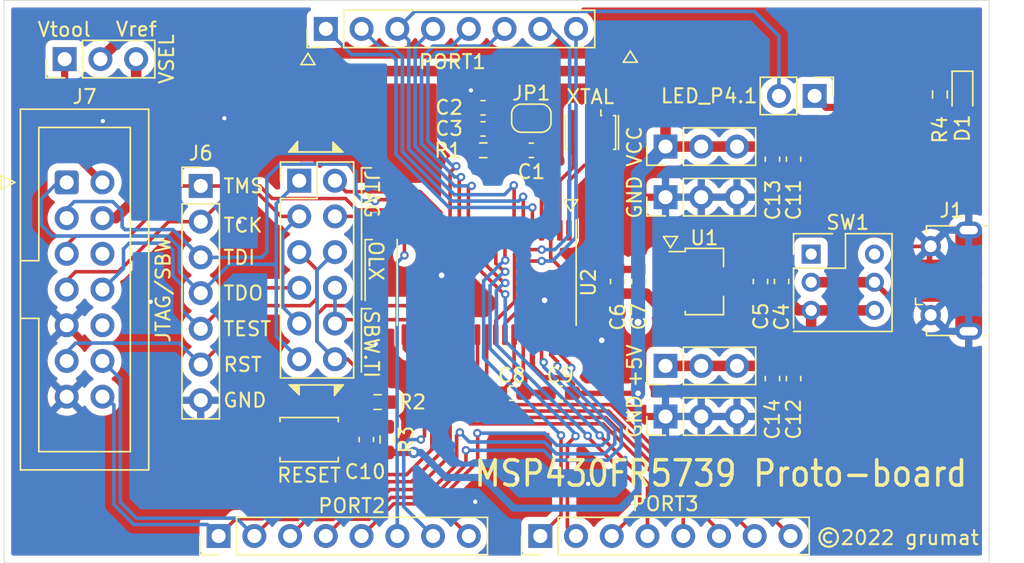
<source format=kicad_pcb>
(kicad_pcb (version 20211014) (generator pcbnew)
  (layers (0 "F.Cu" signal) (31 "B.Cu" signal) (35 "F.Paste" user) (37 "F.SilkS" user "F.Silkscreen") (38 "B.Mask" user) (39 "F.Mask" user) (44 "Edge.Cuts" user))
  (net 0 "")
  (net 1 "GND")
  (net 2 "/RESET")
  (net 3 "/TEST")
  (net 4 "+3.3V")
  (net 5 "/P3.7")
  (net 6 "/P3.6")
  (net 7 "/P3.5")
  (net 8 "/P3.4")
  (net 9 "/P3.3")
  (net 10 "/P3.2")
  (net 11 "/P3.1")
  (net 12 "/P3.0")
  (net 13 "/P2.7")
  (net 14 "/P2.6")
  (net 15 "/P2.5")
  (net 16 "/P2.4")
  (net 17 "/P2.3")
  (net 18 "/P2.2")
  (net 19 "/P2.0")
  (net 20 "/P2.1")
  (net 21 "/P1.7")
  (net 22 "/P1.4")
  (net 23 "/P1.3")
  (net 24 "/P1.2")
  (net 25 "/P1.1")
  (net 26 "/P1.0")
  (net 27 "+5V")
  (net 28 "/VCC_SENSE")
  (net 29 "/VCC_TOOL")
  (net 30 "Net-(D1-Pad1)")
  (net 31 "Net-(J4-Pad1)")
  (net 32 "/JTEST")
  (net 33 "/JRST")
  (net 34 "/JTCK")
  (net 35 "/JTDO")
  (net 39 "Net-(J1-Pad1)")
  (net 42 "Net-(C10-Pad1)")
  (net 43 "+3.3VA")
  (net 44 "GNDA")
  (net 45 "/P1.5")
  (net 46 "/P1.6")
  (net 47 "/PJ.4")
  (net 48 "/PJ.5")
  (net 49 "/VCORE")
  (net 52 "/TDO")
  (net 53 "/TCK")
  (net 54 "/TMS")
  (net 55 "/TDI")
  (footprint "Connector_IDC:IDC-Header_2x07_P2.54mm_Vertical" (layer "F.Cu") (at 112.445 95.95)
    (fp_text reference "J7")
    (fp_text value "JTAG/SBW")
  )
  (footprint "Capacitor_SMD:C_0603_1608Metric_Pad1.08x0.95mm_HandSolder" (layer "F.Cu") (at 147.5235 110.94 180)
    (fp_text reference "C9")
    (fp_text value "220nF")
  )
  (footprint "Capacitor_SMD:C_0603_1608Metric_Pad1.08x0.95mm_HandSolder" (layer "F.Cu") (at 142.036 92.144 180)
    (fp_text reference "C3")
    (fp_text value "220nF")
  )
  (footprint "Connector_PinHeader_2.54mm:PinHeader_1x08_P2.54mm_Vertical" (layer "F.Cu") (at 130.86 85.03 90)
    (fp_text reference "J3" hide)
    (fp_text value "PORT1")
  )
  (footprint "Connector_PinHeader_2.54mm:PinHeader_1x08_P2.54mm_Vertical" (layer "F.Cu") (at 146.1 121.1 90)
    (fp_text reference "J8" hide)
    (fp_text value "PORT3")
  )
  (footprint "Connector_PinHeader_2.54mm:PinHeader_1x07_P2.54mm_Vertical" (layer "F.Cu") (at 121.97 96.203)
    (fp_text reference "J6")
    (fp_text value "LogicAna")
  )
  (footprint "Crystal:Resonator_SMD_Murata_CSTxExxV-3Pin_3.0x1.1mm_HandSoldering" (layer "F.Cu") (at 149.656 92.398 180)
    (fp_text reference "Y1" hide)
    (fp_text value "16M")
  )
  (footprint "Capacitor_SMD:C_0603_1608Metric_Pad1.08x0.95mm_HandSolder" (layer "F.Cu") (at 163.25 103 90)
    (fp_text reference "C4")
    (fp_text value "10uF")
  )
  (footprint "Capacitor_SMD:C_0603_1608Metric_Pad1.08x0.95mm_HandSolder" (layer "F.Cu") (at 161.75 103 90)
    (fp_text reference "C5")
    (fp_text value "220nF")
  )
  (footprint "Capacitor_SMD:C_0603_1608Metric_Pad1.08x0.95mm_HandSolder" (layer "F.Cu") (at 151.6 103 90)
    (fp_text reference "C6")
    (fp_text value "10uF")
  )
  (footprint "Capacitor_SMD:C_0603_1608Metric_Pad1.08x0.95mm_HandSolder" (layer "F.Cu") (at 153.1 103 90)
    (fp_text reference "C7")
    (fp_text value "220nF")
  )
  (footprint "Resistor_SMD:R_0603_1608Metric_Pad0.98x0.95mm_HandSolder" (layer "F.Cu") (at 142.051 93.664)
    (fp_text reference "R1")
    (fp_text value "22")
  )
  (footprint "Package_TO_SOT_SMD:SOT-89-3_Handsoldering" (layer "F.Cu") (at 157.4625 103)
    (fp_text reference "U1")
    (fp_text value "AMS1117-3.3")
  )
  (footprint "LED_SMD:LED_0603_1608Metric_Pad1.05x0.95mm_HandSolder" (layer "F.Cu") (at 176.1 89.7 -90)
    (fp_text reference "D1")
    (fp_text value "LED")
  )
  (footprint "Connector_PinHeader_2.54mm:PinHeader_1x02_P2.54mm_Vertical" (layer "F.Cu") (at 165.6 89.8 -90)
    (fp_text reference "J4" hide)
    (fp_text value "LED_P4.1")
  )
  (footprint "Resistor_SMD:R_0603_1608Metric_Pad0.98x0.95mm_HandSolder" (layer "F.Cu") (at 174.5 89.7 -90)
    (fp_text reference "R4")
    (fp_text value "1K")
  )
  (footprint "Connector_PinHeader_2.54mm:PinHeader_1x08_P2.54mm_Vertical" (layer "F.Cu") (at 123.24 121.1 90)
    (fp_text reference "J5" hide)
    (fp_text value "PORT2")
  )
  (footprint "Connector_PinHeader_2.54mm:PinHeader_1x03_P2.54mm_Vertical" (layer "F.Cu") (at 155 93.4 90)
    (fp_text reference "J9" hide)
    (fp_text value "VCC")
  )
  (footprint "Connector_PinHeader_2.54mm:PinHeader_1x03_P2.54mm_Vertical" (layer "F.Cu") (at 155 97 90)
    (fp_text reference "J12" hide)
    (fp_text value "GND")
  )
  (footprint "Connector_PinHeader_2.54mm:PinHeader_1x03_P2.54mm_Vertical" (layer "F.Cu") (at 155 112.6 90)
    (fp_text reference "J10" hide)
    (fp_text value "GND")
  )
  (footprint "Capacitor_SMD:C_0603_1608Metric_Pad1.08x0.95mm_HandSolder" (layer "F.Cu") (at 164.1 109.9 -90)
    (fp_text reference "C12")
    (fp_text value "220nF")
  )
  (footprint "Capacitor_SMD:C_0603_1608Metric_Pad1.08x0.95mm_HandSolder" (layer "F.Cu") (at 164.1 94.3 -90)
    (fp_text reference "C11")
    (fp_text value "220nF")
  )
  (footprint "Capacitor_SMD:C_0603_1608Metric_Pad1.08x0.95mm_HandSolder" (layer "F.Cu") (at 162.6 94.3 -90)
    (fp_text reference "C13")
    (fp_text value "10uF")
  )
  (footprint "Connector_PinHeader_2.54mm:PinHeader_1x03_P2.54mm_Vertical" (layer "F.Cu") (at 155 109 90)
    (fp_text reference "J11" hide)
    (fp_text value "+5V")
  )
  (footprint "lib:USB_Micro-B_Molex-105017-0001-handsolder" (layer "F.Cu") (at 175.3085 102.939 90)
    (fp_text reference "J1")
    (fp_text value "USB_B_Micro")
  )
  (footprint "Capacitor_SMD:C_0603_1608Metric_Pad1.08x0.95mm_HandSolder" (layer "F.Cu") (at 142.036 90.644 180)
    (fp_text reference "C2")
    (fp_text value "10uF")
  )
  (footprint "Connector_PinHeader_2.54mm:PinHeader_1x03_P2.54mm_Vertical" (layer "F.Cu") (at 112.3 87.18 90)
    (fp_text reference "J13" hide)
    (fp_text value "VSEL")
  )
  (footprint "Capacitor_SMD:C_0603_1608Metric_Pad1.08x0.95mm_HandSolder" (layer "F.Cu") (at 133.738 114.242 -90)
    (fp_text reference "C10")
    (fp_text value "2.2nF")
  )
  (footprint "Resistor_SMD:R_0603_1608Metric_Pad0.98x0.95mm_HandSolder" (layer "F.Cu") (at 135.238 114.242 90)
    (fp_text reference "R3")
    (fp_text value "47K")
  )
  (footprint "lib:TL-2203" (layer "F.Cu") (at 165.35 101.05)
    (fp_text reference "SW1")
    (fp_text value "TL-2203")
  )
  (footprint "Capacitor_SMD:C_0603_1608Metric_Pad1.08x0.95mm_HandSolder" (layer "F.Cu") (at 162.6 109.9 -90)
    (fp_text reference "C14")
    (fp_text value "10uF")
  )
  (footprint "Connector_PinHeader_2.54mm:PinHeader_2x06_P2.54mm_Vertical" (layer "F.Cu") (at 128.9692 95.827)
    (fp_text reference "J2" hide)
    (fp_text value "DEBUG")
  )
  (footprint "Package_SO:TSSOP-38_6.1x12.5mm_P0.65mm" (layer "F.Cu") (at 142.29 103.066 -90)
    (fp_text reference "U2")
    (fp_text value "MSP430FR5739IDAR")
  )
  (footprint "lib:SW_Push_SPST_NO_Alps_SKRK_handsolder" (layer "F.Cu") (at 129.674 114.242 180)
    (fp_text reference "SW2" hide)
    (fp_text value "RESET")
  )
  (footprint "Resistor_SMD:R_0603_1608Metric_Pad0.98x0.95mm_HandSolder" (layer "F.Cu") (at 134.543 111.575 180)
    (fp_text reference "R2")
    (fp_text value "3.3K")
  )
  (footprint "Capacitor_SMD:C_0603_1608Metric_Pad1.08x0.95mm_HandSolder" (layer "F.Cu") (at 144.068 110.94)
    (fp_text reference "C8")
    (fp_text value "470 nF" hide)
  )
  (footprint "Capacitor_SMD:C_0603_1608Metric_Pad1.08x0.95mm_HandSolder" (layer "F.Cu") (at 145.465 93.668)
    (fp_text reference "C1")
    (fp_text value "220nF")
  )
  (footprint "Jumper:SolderJumper-2_P1.3mm_Bridged_RoundedPad1.0x1.5mm" (layer "F.Cu") (at 145.465 91.382)
    (fp_text reference "JP1")
    (fp_text value "AVSS")
  )
  (gr_line (start 154.85 99.8) (end 155.85 99.8) (layer "F.SilkS") (width 0.12))
  (gr_line (start 155.35 100.6) (end 154.85 99.8) (layer "F.SilkS") (width 0.12))
  (gr_line (start 155.85 99.8) (end 155.35 100.6) (layer "F.SilkS") (width 0.12))
  (gr_line (start 151.9968 87.4) (end 152.4968 86.6) (layer "F.SilkS") (width 0.12))
  (gr_line (start 152.9968 87.4) (end 151.9968 87.4) (layer "F.SilkS") (width 0.12))
  (gr_line (start 152.4968 86.6) (end 152.9968 87.4) (layer "F.SilkS") (width 0.12))
  (gr_line (start 129.59 86.772) (end 130.09 87.572) (layer "F.SilkS") (width 0.12))
  (gr_line (start 129.09 87.572) (end 129.59 86.772) (layer "F.SilkS") (width 0.12))
  (gr_line (start 130.09 87.572) (end 129.09 87.572) (layer "F.SilkS") (width 0.12))
  (gr_line (start 147.759 97.186) (end 148.759 97.186) (layer "F.SilkS") (width 0.12))
  (gr_line (start 148.759 97.186) (end 148.259 97.986) (layer "F.SilkS") (width 0.12))
  (gr_line (start 148.259 97.986) (end 147.759 97.186) (layer "F.SilkS") (width 0.12))
  (gr_poly (pts (xy 128.8572 93.02) (xy 128.8572 93.77) (xy 131.3572 93.77) (xy 131.3572 93.07) (xy 132.0822 93.795) (xy 128.2072 93.795)) (layer "F.SilkS") (width 0.1) (fill solid))
  (gr_poly (pts (xy 131.4692 111.117) (xy 131.4692 110.367) (xy 128.9692 110.367) (xy 128.9692 111.067) (xy 128.2442 110.342) (xy 132.1192 110.342)) (layer "F.SilkS") (width 0.1) (fill solid))
  (gr_line (start 133.4 104.2946) (end 133.4 94.9126) (layer "F.SilkS") (width 0.12))
  (gr_line (start 133.3888 104.9339) (end 134.0888 104.9339) (layer "F.SilkS") (width 0.12))
  (gr_line (start 133.4 94.9126) (end 134.1 94.9126) (layer "F.SilkS") (width 0.12))
  (gr_line (start 133.3888 104.9149) (end 133.3888 109.4414) (layer "F.SilkS") (width 0.12))
  (gr_line (start 134.162 100.018) (end 133.654 100.018) (layer "F.SilkS") (width 0.12))
  (gr_line (start 133.654 104.336) (end 133.654 100.018) (layer "F.SilkS") (width 0.12))
  (gr_line (start 178 83) (end 108 83) (layer "Edge.Cuts") (width 0.05))
  (gr_line (start 108 123) (end 178 123) (layer "Edge.Cuts") (width 0.05))
  (gr_line (start 108 83) (end 108 123) (layer "Edge.Cuts") (width 0.05))
  (gr_line (start 178 123) (end 178 83) (layer "Edge.Cuts") (width 0.05))
  (gr_text "JTAG" (at 134.1 96.7922 270) (layer "F.SilkS") (effects (font (size 1 1))))
  (gr_text "SBW.TI" (at 134.1 107.4602 270) (layer "F.SilkS") (effects (font (size 1 1))))
  (gr_text "XTAL" (at 149.656 89.858) (layer "F.SilkS") (effects (font (size 1 1))))
  (gr_text "GND" (at 123.48494 111.448) (layer "F.SilkS") (effects (font (size 1 1)) (justify left)))
  (gr_text "RST" (at 123.494 108.908) (layer "F.SilkS") (effects (font (size 1 1)) (justify left)))
  (gr_text "MSP430FR5739 Proto-board" (at 158.927 116.655) (layer "F.SilkS") (effects (font (size 1.8 1.6) (thickness 0.25))))
  (gr_text "Vtool" (at 112.27 85.075) (layer "F.SilkS") (effects (font (size 1 1))))
  (gr_text "Vref" (at 117.4 85.05) (layer "F.SilkS") (effects (font (size 1 1))))
  (gr_text "©2022 grumat" (at 171.5 121.227) (layer "F.SilkS") (effects (font (size 1 1))))
  (gr_text "TDI" (at 123.494 101.288) (layer "F.SilkS") (effects (font (size 1 1)) (justify left)))
  (gr_text "OLX" (at 134.416 100.018 270) (layer "F.SilkS") (effects (font (size 1 1)) (justify left)))
  (gr_text "TMS" (at 123.48494 96.208) (layer "F.SilkS") (effects (font (size 1 1)) (justify left)))
  (gr_text "TDO" (at 123.494 103.828) (layer "F.SilkS") (effects (font (size 1 1)) (justify left)))
  (gr_text "TCK" (at 123.494 99.002) (layer "F.SilkS") (effects (font (size 1 1)) (justify left)))
  (gr_text "TEST" (at 123.494 106.368) (layer "F.SilkS") (effects (font (size 1 1)) (justify left)))
  (segment (start 144.89 110.8995) (end 144.9305 110.94) (width 0.254) (layer "F.Cu") (net 1))
  (segment (start 146.4048 104.336) (end 144.89 105.8508) (width 0.254) (layer "F.Cu") (net 1))
  (segment (start 144.89 105.8508) (end 144.89 106.7785) (width 0.254) (layer "F.Cu") (net 1))
  (segment (start 171.272 101.568) (end 171.354 101.65) (width 0.254) (layer "F.Cu") (net 1))
  (segment (start 171.272 100.5) (end 171.272 101.568) (width 0.254) (layer "F.Cu") (net 1))
  (segment (start 171.354 101.65) (end 173.7475 101.65) (width 0.254) (layer "F.Cu") (net 1))
  (segment (start 127.599 114.242) (end 129.377 116.02) (width 0.508) (layer "F.Cu") (net 1))
  (segment (start 173.835 100.5) (end 171.272 100.5) (width 0.254) (layer "F.Cu") (net 1))
  (segment (start 173.846 100.489) (end 173.835 100.5) (width 0.254) (layer "F.Cu") (net 1))
  (segment (start 129.377 116.02) (end 132.8225 116.02) (width 0.508) (layer "F.Cu") (net 1))
  (segment (start 144.9305 110.94) (end 146.661 110.94) (width 0.254) (layer "F.Cu") (net 1))
  (segment (start 132.8225 116.02) (end 133.738 115.1045) (width 0.508) (layer "F.Cu") (net 1))
  (segment (start 173.7475 101.65) (end 173.7585 101.639) (width 0.254) (layer "F.Cu") (net 1))
  (segment (start 141.1735 92.144) (end 141.1735 90.644) (width 0.254) (layer "F.Cu") (net 1))
  (segment (start 144.89 106.7785) (end 144.89 110.8995) (width 0.254) (layer "F.Cu") (net 1))
  (segment (start 141.1735 89.4019) (end 141.1724 89.4008) (width 0.381) (layer "F.Cu") (net 1))
  (segment (start 141.1735 90.644) (end 141.1735 89.4019) (width 0.381) (layer "F.Cu") (net 1))
  (via (at 146.4048 104.336) (size 0.8) (drill 0.4) (layers "F.Cu" "B.Cu") (net 1))
  (via (at 139.0896 102.558) (size 0.8) (drill 0.4) (layers "F.Cu" "B.Cu") (net 1))
  (via (at 115.0104 91.5852) (size 0.6) (drill 0.3) (layers "F.Cu" "B.Cu") (net 1))
  (via (at 124.7132 98.748) (size 0.6) (drill 0.3) (layers "F.Cu" "B.Cu") (net 1))
  (via (at 144.4236 117.036) (size 0.6) (drill 0.3) (layers "F.Cu" "B.Cu") (net 1))
  (via (at 150.4688 107.1808) (size 0.8) (drill 0.4) (layers "F.Cu" "B.Cu") (net 1))
  (via (at 141.4772 118.6616) (size 0.6) (drill 0.3) (layers "F.Cu" "B.Cu") (net 1))
  (via (at 134.416 107.4348) (size 0.6) (drill 0.3) (layers "F.Cu" "B.Cu") (net 1))
  (via (at 118.414 104.4376) (size 0.6) (drill 0.3) (layers "F.Cu" "B.Cu") (net 1))
  (via (at 123.6464 91.382) (size 0.6) (drill 0.3) (layers "F.Cu" "B.Cu") (net 1))
  (via (at 149.5036 117.3916) (size 0.6) (drill 0.3) (layers "F.Cu" "B.Cu") (net 1))
  (via (at 141.1724 89.4008) (size 0.6) (drill 0.3) (layers "F.Cu" "B.Cu") (net 1))
  (segment (start 131.5092 108.527) (end 132.4075 108.527) (width 0.254) (layer "F.Cu") (net 2))
  (segment (start 137.74 105.874948) (end 136.582052 104.717) (width 0.254) (layer "F.Cu") (net 2))
  (segment (start 130.225 107.2428) (end 131.5092 108.527) (width 0.254) (layer "F.Cu") (net 2))
  (segment (start 137.74 106.7785) (end 137.74 105.874948) (width 0.254) (layer "F.Cu") (net 2))
  (segment (start 136.582052 104.717) (end 130.86 104.717) (width 0.254) (layer "F.Cu") (net 2))
  (segment (start 130.225 105.352) (end 130.225 107.2428) (width 0.254) (layer "F.Cu") (net 2))
  (segment (start 130.86 104.717) (end 130.225 105.352) (width 0.254) (layer "F.Cu") (net 2))
  (segment (start 132.4075 108.527) (end 135.4555 111.575) (width 0.254) (layer "F.Cu") (net 2))
  (segment (start 130.23775 102.17845) (end 130.23775 107.25555) (width 0.254) (layer "B.Cu") (net 2))
  (segment (start 131.5092 100.907) (end 130.23775 102.17845) (width 0.254) (layer "B.Cu") (net 2))
  (segment (start 130.23775 107.25555) (end 131.5092 108.527) (width 0.254) (layer "B.Cu") (net 2))
  (segment (start 136.937 105.714) (end 131.7822 105.714) (width 0.254) (layer "F.Cu") (net 3))
  (segment (start 137.09 106.7785) (end 137.09 105.867) (width 0.254) (layer "F.Cu") (net 3))
  (segment (start 131.7822 105.714) (end 131.5092 105.987) (width 0.254) (layer "F.Cu") (net 3))
  (segment (start 137.09 105.867) (end 136.937 105.714) (width 0.254) (layer "F.Cu") (net 3))
  (segment (start 131.5092 103.447) (end 131.5092 105.987) (width 0.254) (layer "B.Cu") (net 3))
  (segment (start 148.3956 110.9496) (end 148.386 110.94) (width 0.381) (layer "F.Cu") (net 4))
  (segment (start 154.275 104.5) (end 155.3125 104.5) (width 0.75) (layer "F.Cu") (net 4))
  (segment (start 118.2616 85.1844) (end 116.8356 85.1844) (width 0.75) (layer "F.Cu") (net 4))
  (segment (start 160.08 93.4) (end 162.5625 93.4) (width 0.75) (layer "F.Cu") (net 4))
  (segment (start 116.8356 85.1844) (end 114.84 87.18) (width 0.75) (layer "F.Cu") (net 4))
  (segment (start 140.3556 93.664) (end 139.4452 92.7536) (width 0.381) (layer "F.Cu") (net 4))
  (segment (start 153.6375 103.8625) (end 154.275 104.5) (width 0.75) (layer "F.Cu") (net 4))
  (segment (start 155 93.4) (end 157.54 93.4) (width 0.75) (layer "F.Cu") (net 4))
  (segment (start 153.05 105.9) (end 153.05 103.9125) (width 0.75) (layer "F.Cu") (net 4))
  (segment (start 139.4452 88.0292) (end 121.1064 88.0292) (width 0.75) (layer "F.Cu") (net 4))
  (segment (start 147.910665 109.840535) (end 148.386 110.315869) (width 0.381) (layer "F.Cu") (net 4))
  (segment (start 153.05 103.9125) (end 153.1 103.8625) (width 0.75) (layer "F.Cu") (net 4))
  (segment (start 164.1 93.4375) (end 173.2375 93.4375) (width 0.508) (layer "F.Cu") (net 4))
  (segment (start 157.54 93.4) (end 160.08 93.4) (width 0.75) (layer "F.Cu") (net 4))
  (segment (start 155 93.4) (end 155 89.7664) (width 0.75) (layer "F.Cu") (net 4))
  (segment (start 162.5625 93.4) (end 162.6 93.4375) (width 0.75) (layer "F.Cu") (net 4))
  (segment (start 146.321335 109.840535) (end 147.910665 109.840535) (width 0.381) (layer "F.Cu") (net 4))
  (segment (start 173.2375 93.4375) (end 173.5375 93.1375) (width 0.508) (layer "F.Cu") (net 4))
  (segment (start 145.54 109.0592) (end 146.321335 109.840535) (width 0.381) (layer "F.Cu") (net 4))
  (segment (start 153.2628 88.0292) (end 139.4452 88.0292) (width 0.75) (layer "F.Cu") (net 4))
  (segment (start 176.1 90.575) (end 173.5375 93.1375) (width 0.508) (layer "F.Cu") (net 4))
  (segment (start 137.1065 115.1545) (end 137.1084 115.1564) (width 0.508) (layer "F.Cu") (net 4))
  (segment (start 148.386 110.315869) (end 148.386 110.94) (width 0.381) (layer "F.Cu") (net 4))
  (segment (start 173.5375 93.1375) (end 173.275 93.4) (width 0.508) (layer "F.Cu") (net 4))
  (segment (start 121.1064 88.0292) (end 118.2616 85.1844) (width 0.75) (layer "F.Cu") (net 4))
  (segment (start 139.4452 92.7536) (end 139.4452 88.0292) (width 0.381) (layer "F.Cu") (net 4))
  (segment (start 162.6 93.4375) (end 164.1 93.4375) (width 0.75) (layer "F.Cu") (net 4))
  (segment (start 153.1 103.8625) (end 153.6375 103.8625) (width 0.75) (layer "F.Cu") (net 4))
  (segment (start 153.05 110.9496) (end 148.3956 110.9496) (width 0.381) (layer "F.Cu") (net 4))
  (segment (start 135.238 115.1545) (end 137.1065 115.1545) (width 0.508) (layer "F.Cu") (net 4))
  (segment (start 155 89.7664) (end 153.2628 88.0292) (width 0.75) (layer "F.Cu") (net 4))
  (segment (start 153.1 103.8625) (end 151.6 103.8625) (width 0.75) (layer "F.Cu") (net 4))
  (segment (start 145.54 106.7785) (end 145.54 109.0592) (width 0.381) (layer "F.Cu") (net 4))
  (segment (start 141.1385 93.664) (end 140.3556 93.664) (width 0.381) (layer "F.Cu") (net 4))
  (via (at 153.05 110.9496) (size 0.8) (drill 0.4) (layers "F.Cu" "B.Cu") (net 4))
  (via (at 137.1084 115.1564) (size 0.8) (drill 0.4) (layers "F.Cu" "B.Cu") (net 4))
  (via (at 153.05 105.9) (size 1) (drill 0.5) (layers "F.Cu" "B.Cu") (net 4))
  (segment (start 137.6164 115.1564) (end 139.3944 116.9344) (width 0.508) (layer "B.Cu") (net 4))
  (segment (start 153.05 105.9) (end 153.05 95.35) (width 1) (layer "B.Cu") (net 4))
  (segment (start 139.3944 116.9344) (end 142.036 116.9344) (width 0.508) (layer "B.Cu") (net 4))
  (segment (start 153.05 117.8584) (end 153.05 110.9496) (width 0.508) (layer "B.Cu") (net 4))
  (segment (start 142.036 116.9344) (end 144.2204 119.1188) (width 0.508) (layer "B.Cu") (net 4))
  (segment (start 151.7896 119.1188) (end 153.05 117.8584) (width 0.508) (layer "B.Cu") (net 4))
  (segment (start 153.05 105.9) (end 153.05 110.9496) (width 1) (layer "B.Cu") (net 4))
  (segment (start 144.2204 119.1188) (end 151.7896 119.1188) (width 0.508) (layer "B.Cu") (net 4))
  (segment (start 137.1084 115.1564) (end 137.6164 115.1564) (width 0.508) (layer "B.Cu") (net 4))
  (segment (start 153.05 95.35) (end 155 93.4) (width 1) (layer "B.Cu") (net 4))
  (segment (start 158.646556 119.2744) (end 151.1356 111.763444) (width 0.254) (layer "F.Cu") (net 5))
  (segment (start 151.1356 111.7592) (end 142.2964 111.7592) (width 0.254) (layer "F.Cu") (net 5))
  (segment (start 142.29 111.7528) (end 142.29 106.7785) (width 0.254) (layer "F.Cu") (net 5))
  (segment (start 142.2964 111.7592) (end 142.29 111.7528) (width 0.254) (layer "F.Cu") (net 5))
  (segment (start 151.1356 111.763444) (end 151.1356 111.7592) (width 0.254) (layer "F.Cu") (net 5))
  (segment (start 162.0544 119.2744) (end 158.646556 119.2744) (width 0.254) (layer "F.Cu") (net 5))
  (segment (start 163.88 121.1) (end 162.0544 119.2744) (width 0.254) (layer "F.Cu") (net 5))
  (segment (start 142.0392 112.2132) (end 150.943304 112.2132) (width 0.254) (layer "F.Cu") (net 6))
  (segment (start 141.64 106.7785) (end 141.64 111.814) (width 0.254) (layer "F.Cu") (net 6))
  (segment (start 150.943304 112.2132) (end 158.458504 119.7284) (width 0.254) (layer "F.Cu") (net 6))
  (segment (start 159.9684 119.7284) (end 161.34 121.1) (width 0.254) (layer "F.Cu") (net 6))
  (segment (start 158.458504 119.7284) (end 159.9684 119.7284) (width 0.254) (layer "F.Cu") (net 6))
  (segment (start 141.64 111.814) (end 142.0392 112.2132) (width 0.254) (layer "F.Cu") (net 6))
  (segment (start 158.8 121.1) (end 158.8 120.711947) (width 0.254) (layer "F.Cu") (net 7))
  (segment (start 158.8 120.711947) (end 150.755252 112.6672) (width 0.254) (layer "F.Cu") (net 7))
  (segment (start 141.528 112.6672) (end 140.99 112.1292) (width 0.254) (layer "F.Cu") (net 7))
  (segment (start 140.99 112.1292) (end 140.99 106.7785) (width 0.254) (layer "F.Cu") (net 7))
  (segment (start 150.755252 112.6672) (end 141.528 112.6672) (width 0.254) (layer "F.Cu") (net 7))
  (segment (start 156.26 118.814) (end 156.26 121.1) (width 0.254) (layer "F.Cu") (net 8))
  (segment (start 141.1184 113.1212) (end 150.5672 113.1212) (width 0.254) (layer "F.Cu") (net 8))
  (segment (start 150.5672 113.1212) (end 156.26 118.814) (width 0.254) (layer "F.Cu") (net 8))
  (segment (start 140.34 106.7785) (end 140.34 112.3428) (width 0.254) (layer "F.Cu") (net 8))
  (segment (start 140.34 112.3428) (end 141.1184 113.1212) (width 0.254) (layer "F.Cu") (net 8))
  (segment (start 141.64 99.3535) (end 141.64 102.019415) (width 0.254) (layer "F.Cu") (net 9))
  (segment (start 141.64 102.019415) (end 143.523591 103.903006) (width 0.254) (layer "F.Cu") (net 9))
  (segment (start 150.3164 113.9372) (end 153.72 117.3408) (width 0.254) (layer "F.Cu") (net 9))
  (segment (start 143.523591 103.903006) (end 143.6108 103.903006) (width 0.254) (layer "F.Cu") (net 9))
  (segment (start 153.72 117.3408) (end 153.72 121.1) (width 0.254) (layer "F.Cu") (net 9))
  (via (at 143.6108 103.903006) (size 0.6) (drill 0.3) (layers "F.Cu" "B.Cu") (net 9))
  (via (at 150.3164 113.9372) (size 0.6) (drill 0.3) (layers "F.Cu" "B.Cu") (net 9))
  (segment (start 143.6108 107.2316) (end 150.3164 113.9372) (width 0.254) (layer "B.Cu") (net 9))
  (segment (start 143.6108 103.903006) (end 143.6108 107.2316) (width 0.254) (layer "B.Cu") (net 9))
  (segment (start 142.29 101.869912) (end 143.523591 103.103503) (width 0.254) (layer "F.Cu") (net 10))
  (segment (start 149.466997 113.973803) (end 149.466997 114.052997) (width 0.254) (layer "F.Cu") (net 10))
  (segment (start 143.523591 103.103503) (end 143.6108 103.103503) (width 0.254) (layer "F.Cu") (net 10))
  (segment (start 149.466997 114.052997) (end 153.1612 117.7472) (width 0.254) (layer "F.Cu") (net 10))
  (segment (start 142.29 99.3535) (end 142.29 101.869912) (width 0.254) (layer "F.Cu") (net 10))
  (segment (start 151.18 121.1) (end 153.1612 119.1188) (width 0.254) (layer "F.Cu") (net 10))
  (segment (start 153.1612 119.1188) (end 153.1612 117.7472) (width 0.254) (layer "F.Cu") (net 10))
  (via (at 143.6108 103.103503) (size 0.6) (drill 0.3) (layers "F.Cu" "B.Cu") (net 10))
  (via (at 149.466997 113.973803) (size 0.6) (drill 0.3) (layers "F.Cu" "B.Cu") (net 10))
  (segment (start 143.523591 103.103503) (end 142.9838 103.643294) (width 0.254) (layer "B.Cu") (net 10))
  (segment (start 142.9838 107.246652) (end 142.9838 107.490606) (width 0.254) (layer "B.Cu") (net 10))
  (segment (start 142.9838 107.490606) (end 149.466997 113.973803) (width 0.254) (layer "B.Cu") (net 10))
  (segment (start 143.6108 103.103503) (end 143.523591 103.103503) (width 0.254) (layer "B.Cu") (net 10))
  (segment (start 142.9838 103.643294) (end 142.9838 107.246652) (width 0.254) (layer "B.Cu") (net 10))
  (segment (start 148.605857 113.998668) (end 148.0272 114.577325) (width 0.254) (layer "F.Cu") (net 11))
  (segment (start 142.94 99.3535) (end 142.94 101.707112) (width 0.254) (layer "F.Cu") (net 11))
  (segment (start 148.0272 120.4872) (end 148.64 121.1) (width 0.254) (layer "F.Cu") (net 11))
  (segment (start 143.536888 102.304) (end 143.6108 102.304) (width 0.254) (layer "F.Cu") (net 11))
  (segment (start 148.0272 114.577325) (end 148.0272 120.4872) (width 0.254) (layer "F.Cu") (net 11))
  (segment (start 142.94 101.707112) (end 143.536888 102.304) (width 0.254) (layer "F.Cu") (net 11))
  (via (at 148.605857 113.998668) (size 0.6) (drill 0.3) (layers "F.Cu" "B.Cu") (net 11))
  (via (at 143.6108 102.304) (size 0.6) (drill 0.3) (layers "F.Cu" "B.Cu") (net 11))
  (segment (start 143.523591 102.304) (end 142.5298 103.297791) (width 0.254) (layer "B.Cu") (net 11))
  (segment (start 142.5298 107.7762) (end 148.605857 113.852257) (width 0.254) (layer "B.Cu") (net 11))
  (segment (start 143.6108 102.304) (end 143.523591 102.304) (width 0.254) (layer "B.Cu") (net 11))
  (segment (start 142.5298 103.297791) (end 142.5298 107.7762) (width 0.254) (layer "B.Cu") (net 11))
  (segment (start 148.605857 113.852257) (end 148.605857 113.998668) (width 0.254) (layer "B.Cu") (net 11))
  (segment (start 147.5732 113.9372) (end 147.5732 119.6268) (width 0.254) (layer "F.Cu") (net 12))
  (segment (start 147.5732 119.6268) (end 146.1 121.1) (width 0.254) (layer "F.Cu") (net 12))
  (segment (start 143.59 101.4704) (end 143.6108 101.4912) (width 0.254) (layer "F.Cu") (net 12))
  (segment (start 143.59 99.3535) (end 143.59 101.4704) (width 0.254) (layer "F.Cu") (net 12))
  (via (at 147.5732 113.9372) (size 0.6) (drill 0.3) (layers "F.Cu" "B.Cu") (net 12))
  (via (at 143.6108 101.4912) (size 0.6) (drill 0.3) (layers "F.Cu" "B.Cu") (net 12))
  (segment (start 143.6108 101.4912) (end 143.536888 101.4912) (width 0.254) (layer "B.Cu") (net 12))
  (segment (start 142.0758 102.952288) (end 142.0758 108.3382) (width 0.254) (layer "B.Cu") (net 12))
  (segment (start 143.536888 101.4912) (end 142.0758 102.952288) (width 0.254) (layer "B.Cu") (net 12))
  (segment (start 142.0758 108.3382) (end 142.0758 108.4398) (width 0.254) (layer "B.Cu") (net 12))
  (segment (start 142.0758 108.4398) (end 147.5732 113.9372) (width 0.254) (layer "B.Cu") (net 12))
  (segment (start 141.655 113.8102) (end 141.655 115.805507) (width 0.254) (layer "F.Cu") (net 13))
  (segment (start 141.655 115.805507) (end 139.1404 118.320106) (width 0.254) (layer "F.Cu") (net 13))
  (segment (start 146.19 108.59197) (end 146.341815 108.743785) (width 0.254) (layer "F.Cu") (net 13))
  (segment (start 146.19 106.7785) (end 146.19 108.59197) (width 0.254) (layer "F.Cu") (net 13))
  (segment (start 141.6296 113.7848) (end 141.655 113.8102) (width 0.254) (layer "F.Cu") (net 13))
  (segment (start 139.1404 119.2204) (end 141.02 121.1) (width 0.254) (layer "F.Cu") (net 13))
  (segment (start 139.1404 118.320106) (end 139.1404 119.2204) (width 0.254) (layer "F.Cu") (net 13))
  (via (at 141.6296 113.7848) (size 0.6) (drill 0.3) (layers "F.Cu" "B.Cu") (net 13))
  (via (at 146.341815 108.743785) (size 0.6) (drill 0.3) (layers "F.Cu" "B.Cu") (net 13))
  (segment (start 150.491912 114.6484) (end 150.9434 114.196912) (width 0.254) (layer "B.Cu") (net 13))
  (segment (start 146.341815 109.075903) (end 146.341815 108.743785) (width 0.254) (layer "B.Cu") (net 13))
  (segment (start 146.4048 113.7848) (end 147.2684 114.6484) (width 0.254) (layer "B.Cu") (net 13))
  (segment (start 147.2684 114.6484) (end 150.491912 114.6484) (width 0.254) (layer "B.Cu") (net 13))
  (segment (start 141.6296 113.7848) (end 146.4048 113.7848) (width 0.254) (layer "B.Cu") (net 13))
  (segment (start 150.9434 114.196912) (end 150.9434 113.677488) (width 0.254) (layer "B.Cu") (net 13))
  (segment (start 150.9434 113.677488) (end 146.341815 109.075903) (width 0.254) (layer "B.Cu") (net 13))
  (segment (start 137.6164 114.242) (end 137.8704 113.988) (width 0.254) (layer "F.Cu") (net 14))
  (segment (start 136.6512 107.9936) (end 136.44 107.7824) (width 0.254) (layer "F.Cu") (net 14))
  (segment (start 137.8704 108.5524) (end 137.3116 107.9936) (width 0.254) (layer "F.Cu") (net 14))
  (segment (start 136.44 107.7824) (end 136.44 106.7785) (width 0.254) (layer "F.Cu") (net 14))
  (segment (start 137.3116 107.9936) (end 136.6512 107.9936) (width 0.254) (layer "F.Cu") (net 14))
  (segment (start 137.8704 113.988) (end 137.8704 108.5524) (width 0.254) (layer "F.Cu") (net 14))
  (via (at 137.6164 114.242) (size 0.6) (drill 0.3) (layers "F.Cu" "B.Cu") (net 14))
  (segment (start 136.3972 119.0172) (end 138.48 121.1) (width 0.254) (layer "B.Cu") (net 14))
  (segment (start 136.3814 114.6134) (end 136.3814 115.293) (width 0.254) (layer "B.Cu") (net 14))
  (segment (start 137.6164 114.242) (end 136.7528 114.242) (width 0.254) (layer "B.Cu") (net 14))
  (segment (start 136.3972 115.3088) (end 136.3972 119.0172) (width 0.254) (layer "B.Cu") (net 14))
  (segment (start 136.3814 115.293) (end 136.3972 115.3088) (width 0.254) (layer "B.Cu") (net 14))
  (segment (start 136.7528 114.242) (end 136.3814 114.6134) (width 0.254) (layer "B.Cu") (net 14))
  (segment (start 136.44 101.1276) (end 136.448 101.1356) (width 0.254) (layer "F.Cu") (net 15))
  (segment (start 136.44 99.3535) (end 136.44 101.1276) (width 0.254) (layer "F.Cu") (net 15))
  (via (at 136.448 101.1356) (size 0.6) (drill 0.3) (layers "F.Cu" "B.Cu") (net 15))
  (segment (start 135.9274 101.6562) (end 135.9274 117.1758) (width 0.254) (layer "B.Cu") (net 15))
  (segment (start 136.448 101.1356) (end 135.9274 101.6562) (width 0.254) (layer "B.Cu") (net 15))
  (segment (start 135.9274 117.1758) (end 135.94 117.1884) (width 0.254) (layer "B.Cu") (net 15))
  (segment (start 135.94 117.1884) (end 135.94 121.1) (width 0.254) (layer "B.Cu") (net 15))
  (segment (start 148.31004 108.988567) (end 148.31004 109.150869) (width 0.254) (layer "F.Cu") (net 16))
  (segment (start 147.924673 108.6032) (end 148.31004 108.988567) (width 0.254) (layer "F.Cu") (net 16))
  (segment (start 147.49 106.7785) (end 147.49 108.168527) (width 0.254) (layer "F.Cu") (net 16))
  (segment (start 147.49 108.168527) (end 147.924673 108.6032) (width 0.254) (layer "F.Cu") (net 16))
  (segment (start 133.4 121.1) (end 135.6892 118.8108) (width 0.254) (layer "F.Cu") (net 16))
  (segment (start 138.007653 118.8108) (end 140.8168 116.001654) (width 0.254) (layer "F.Cu") (net 16))
  (segment (start 140.8168 116.001654) (end 140.8168 115.004) (width 0.254) (layer "F.Cu") (net 16))
  (segment (start 135.6892 118.8108) (end 138.007653 118.8108) (width 0.254) (layer "F.Cu") (net 16))
  (via (at 140.8168 115.004) (size 0.6) (drill 0.3) (layers "F.Cu" "B.Cu") (net 16))
  (via (at 148.31004 109.150869) (size 0.6) (drill 0.3) (layers "F.Cu" "B.Cu") (net 16))
  (segment (start 147.047896 115.712) (end 150.8784 115.712) (width 0.254) (layer "B.Cu") (net 16))
  (segment (start 150.8784 115.712) (end 151.8514 114.739) (width 0.254) (layer "B.Cu") (net 16))
  (segment (start 146.339896 115.004) (end 147.047896 115.712) (width 0.254) (layer "B.Cu") (net 16))
  (segment (start 148.31004 109.760023) (end 148.31004 109.150869) (width 0.254) (layer "B.Cu") (net 16))
  (segment (start 151.8514 114.739) (end 151.8514 113.301382) (width 0.254) (layer "B.Cu") (net 16))
  (segment (start 140.8168 115.004) (end 146.339896 115.004) (width 0.254) (layer "B.Cu") (net 16))
  (segment (start 151.8514 113.301382) (end 148.31004 109.760023) (width 0.254) (layer "B.Cu") (net 16))
  (segment (start 147.318477 108.692313) (end 147.318477 109.025138) (width 0.254) (layer "F.Cu") (net 17))
  (segment (start 135.501148 118.3568) (end 137.8196 118.3568) (width 0.254) (layer "F.Cu") (net 17))
  (segment (start 130.86 121.1) (end 132.0538 119.9062) (width 0.254) (layer "F.Cu") (net 17))
  (segment (start 147.178564 108.5524) (end 147.318477 108.692313) (width 0.254) (layer "F.Cu") (net 17))
  (segment (start 133.951748 119.9062) (end 135.501148 118.3568) (width 0.254) (layer "F.Cu") (net 17))
  (segment (start 132.0538 119.9062) (end 133.951748 119.9062) (width 0.254) (layer "F.Cu") (net 17))
  (segment (start 146.84 106.7785) (end 146.84 108.213836) (width 0.254) (layer "F.Cu") (net 17))
  (segment (start 140.1564 113.9626) (end 140.385 113.734) (width 0.254) (layer "F.Cu") (net 17))
  (segment (start 140.1564 116.02) (end 140.1564 113.9626) (width 0.254) (layer "F.Cu") (net 17))
  (segment (start 137.8196 118.3568) (end 140.1564 116.02) (width 0.254) (layer "F.Cu") (net 17))
  (segment (start 146.84 108.213836) (end 147.178564 108.5524) (width 0.254) (layer "F.Cu") (net 17))
  (via (at 140.385 113.734) (size 0.6) (drill 0.3) (layers "F.Cu" "B.Cu") (net 17))
  (via (at 147.318477 109.025138) (size 0.6) (drill 0.3) (layers "F.Cu" "B.Cu") (net 17))
  (segment (start 141.0628 114.4118) (end 146.389748 114.4118) (width 0.254) (layer "B.Cu") (net 17))
  (segment (start 147.235948 115.258) (end 150.672 115.258) (width 0.254) (layer "B.Cu") (net 17))
  (segment (start 150.672 115.258) (end 151.3974 114.5326) (width 0.254) (layer "B.Cu") (net 17))
  (segment (start 151.3974 114.5326) (end 151.3974 113.489435) (width 0.254) (layer "B.Cu") (net 17))
  (segment (start 151.3974 113.489435) (end 147.318477 109.410512) (width 0.254) (layer "B.Cu") (net 17))
  (segment (start 146.389748 114.4118) (end 147.235948 115.258) (width 0.254) (layer "B.Cu") (net 17))
  (segment (start 140.385 113.734) (end 141.0628 114.4118) (width 0.254) (layer "B.Cu") (net 17))
  (segment (start 147.318477 109.410512) (end 147.318477 109.025138) (width 0.254) (layer "B.Cu") (net 17))
  (segment (start 131.865747 119.4522) (end 131.394947 119.923) (width 0.254) (layer "F.Cu") (net 18))
  (segment (start 129.497 119.923) (end 128.32 121.1) (width 0.254) (layer "F.Cu") (net 18))
  (segment (start 135.417895 117.798) (end 133.763695 119.4522) (width 0.254) (layer "F.Cu") (net 18))
  (segment (start 133.763695 119.4522) (end 131.865747 119.4522) (width 0.254) (layer "F.Cu") (net 18))
  (segment (start 139.69 115.3688) (end 137.2608 117.798) (width 0.254) (layer "F.Cu") (net 18))
  (segment (start 139.69 106.7785) (end 139.69 115.3688) (width 0.254) (layer "F.Cu") (net 18))
  (segment (start 131.394947 119.923) (end 129.497 119.923) (width 0.254) (layer "F.Cu") (net 18))
  (segment (start 137.2608 117.798) (end 135.417895 117.798) (width 0.254) (layer "F.Cu") (net 18))
  (segment (start 123.24 121.1) (end 124.4592 119.8808) (width 0.254) (layer "F.Cu") (net 19))
  (segment (start 129.120894 119.015) (end 131.018841 119.015) (width 0.254) (layer "F.Cu") (net 19))
  (segment (start 133.3142 118.5442) (end 135.1272 116.7312) (width 0.254) (layer "F.Cu") (net 19))
  (segment (start 126.7506 119.469) (end 128.666894 119.469) (width 0.254) (layer "F.Cu") (net 19))
  (segment (start 138.39 114.9416) (end 138.39 106.7785) (width 0.254) (layer "F.Cu") (net 19))
  (segment (start 136.6004 116.7312) (end 138.39 114.9416) (width 0.254) (layer "F.Cu") (net 19))
  (segment (start 135.1272 116.7312) (end 136.6004 116.7312) (width 0.254) (layer "F.Cu") (net 19))
  (segment (start 131.489641 118.5442) (end 133.3142 118.5442) (width 0.254) (layer "F.Cu") (net 19))
  (segment (start 126.357148 119.8808) (end 126.7506 119.487348) (width 0.254) (layer "F.Cu") (net 19))
  (segment (start 131.018841 119.015) (end 131.489641 118.5442) (width 0.254) (layer "F.Cu") (net 19))
  (segment (start 124.4592 119.8808) (end 126.357148 119.8808) (width 0.254) (layer "F.Cu") (net 19))
  (segment (start 126.7506 119.487348) (end 126.7506 119.469) (width 0.254) (layer "F.Cu") (net 19))
  (segment (start 128.666894 119.469) (end 129.120894 119.015) (width 0.254) (layer "F.Cu") (net 19))
  (segment (start 122.424 120.284) (end 123.24 121.1) (width 0.254) (layer "B.Cu") (net 19))
  (segment (start 115.2096 111.19) (end 115.801 111.7814) (width 0.254) (layer "B.Cu") (net 19))
  (segment (start 115.801 111.7814) (end 115.801 118.868) (width 0.254) (layer "B.Cu") (net 19))
  (segment (start 115.801 118.868) (end 117.217 120.284) (width 0.254) (layer "B.Cu") (net 19))
  (segment (start 117.217 120.284) (end 122.424 120.284) (width 0.254) (layer "B.Cu") (net 19))
  (segment (start 114.985 111.19) (end 115.2096 111.19) (width 0.254) (layer "B.Cu") (net 19))
  (segment (start 129.308947 119.469) (end 128.854947 119.923) (width 0.254) (layer "F.Cu") (net 20))
  (segment (start 128.854947 119.923) (end 126.957 119.923) (width 0.254) (layer "F.Cu") (net 20))
  (segment (start 139.04 106.7785) (end 139.04 115.1552) (width 0.254) (layer "F.Cu") (net 20))
  (segment (start 126.957 119.923) (end 125.78 121.1) (width 0.254) (layer "F.Cu") (net 20))
  (segment (start 139.04 115.1552) (end 136.956 117.2392) (width 0.254) (layer "F.Cu") (net 20))
  (segment (start 131.206894 119.469) (end 129.308947 119.469) (width 0.254) (layer "F.Cu") (net 20))
  (segment (start 135.3304 117.2392) (end 133.5714 118.9982) (width 0.254) (layer "F.Cu") (net 20))
  (segment (start 133.5714 118.9982) (end 131.677694 118.9982) (width 0.254) (layer "F.Cu") (net 20))
  (segment (start 131.677694 118.9982) (end 131.206894 119.469) (width 0.254) (layer "F.Cu") (net 20))
  (segment (start 136.956 117.2392) (end 135.3304 117.2392) (width 0.254) (layer "F.Cu") (net 20))
  (segment (start 114.985 108.65) (end 116.255 109.92) (width 0.254) (layer "B.Cu") (net 20))
  (segment (start 116.255 109.92) (end 116.255 118.679948) (width 0.254) (layer "B.Cu") (net 20))
  (segment (start 124.51 119.83) (end 125.78 121.1) (width 0.254) (layer "B.Cu") (net 20))
  (segment (start 116.255 118.679948) (end 117.405052 119.83) (width 0.254) (layer "B.Cu") (net 20))
  (segment (start 117.405052 119.83) (end 124.51 119.83) (width 0.254) (layer "B.Cu") (net 20))
  (segment (start 144.9316 101.542) (end 144.7284 101.7452) (width 0.254) (layer "F.Cu") (net 21))
  (segment (start 143.59 105.9824) (end 143.59 106.7785) (width 0.254) (layer "F.Cu") (net 21))
  (segment (start 146.2016 101.542) (end 144.9316 101.542) (width 0.254) (layer "F.Cu") (net 21))
  (segment (start 144.7284 101.7452) (end 144.7284 104.844) (width 0.254) (layer "F.Cu") (net 21))
  (segment (start 144.7284 104.844) (end 143.59 105.9824) (width 0.254) (layer "F.Cu") (net 21))
  (via (at 146.2016 101.542) (size 0.6) (drill 0.3) (layers "F.Cu" "B.Cu") (net 21))
  (segment (start 146.2016 101.542) (end 146.9636 101.542) (width 0.254) (layer "B.Cu") (net 21))
  (segment (start 148.64 99.8656) (end 148.64 85.03) (width 0.254) (layer "B.Cu") (net 21))
  (segment (start 146.9636 101.542) (end 148.64 99.8656) (width 0.254) (layer "B.Cu") (net 21))
  (segment (start 140.34 95.697803) (end 140.466803 95.571) (width 0.254) (layer "F.Cu") (net 22))
  (segment (start 140.34 99.3535) (end 140.34 95.697803) (width 0.254) (layer "F.Cu") (net 22))
  (via (at 140.466803 95.571) (size 0.6) (drill 0.3) (layers "F.Cu" "B.Cu") (net 22))
  (segment (start 138.48 86.2512) (end 139.7988 86.2512) (width 0.254) (layer "B.Cu") (net 22))
  (segment (start 137.664 87.0672) (end 138.48 86.2512) (width 0.254) (layer "B.Cu") (net 22))
  (segment (start 140.466803 95.571) (end 140.02792 95.571) (width 0.254) (layer "B.Cu") (net 22))
  (segment (start 137.664 93.20708) (end 137.664 87.0672) (width 0.254) (layer "B.Cu") (net 22))
  (segment (start 139.7988 86.2512) (end 141.02 85.03) (width 0.254) (layer "B.Cu") (net 22))
  (segment (start 140.02792 95.571) (end 137.664 93.20708) (width 0.254) (layer "B.Cu") (net 22))
  (segment (start 140.99 96.4307) (end 141.2232 96.1975) (width 0.254) (layer "F.Cu") (net 23))
  (segment (start 140.99 99.3535) (end 140.99 96.4307) (width 0.254) (layer "F.Cu") (net 23))
  (via (at 141.2232 96.1975) (size 0.6) (drill 0.3) (layers "F.Cu" "B.Cu") (net 23))
  (segment (start 137.21 86.3) (end 138.48 85.03) (width 0.254) (layer "B.Cu") (net 23))
  (segment (start 141.2232 96.1975) (end 140.012368 96.1975) (width 0.254) (layer "B.Cu") (net 23))
  (segment (start 137.21 93.395132) (end 137.21 86.3) (width 0.254) (layer "B.Cu") (net 23))
  (segment (start 140.012368 96.1975) (end 137.21 93.395132) (width 0.254) (layer "B.Cu") (net 23))
  (segment (start 144.24 96.1768) (end 144.2204 96.1572) (width 0.254) (layer "F.Cu") (net 24))
  (segment (start 144.24 99.3535) (end 144.24 96.1768) (width 0.254) (layer "F.Cu") (net 24))
  (via (at 144.2204 96.1572) (size 0.6) (drill 0.3) (layers "F.Cu" "B.Cu") (net 24))
  (segment (start 163.06 85.5328) (end 163.06 89.8) (width 0.254) (layer "B.Cu") (net 24))
  (segment (start 135.94 85.03) (end 136.756 85.846) (width 0.254) (layer "B.Cu") (net 24))
  (segment (start 143.5536 96.824) (end 144.2204 96.1572) (width 0.254) (layer "B.Cu") (net 24))
  (segment (start 136.756 85.846) (end 136.756 93.583184) (width 0.254) (layer "B.Cu") (net 24))
  (segment (start 139.996816 96.824) (end 143.5536 96.824) (width 0.254) (layer "B.Cu") (net 24))
  (segment (start 161.3167 83.7895) (end 163.06 85.5328) (width 0.254) (layer "B.Cu") (net 24))
  (segment (start 136.756 93.583184) (end 139.996816 96.824) (width 0.254) (layer "B.Cu") (net 24))
  (segment (start 135.94 85.03) (end 137.1805 83.7895) (width 0.254) (layer "B.Cu") (net 24))
  (segment (start 137.1805 83.7895) (end 161.3167 83.7895) (width 0.254) (layer "B.Cu") (net 24))
  (segment (start 144.89 96.9792) (end 144.8808 96.97) (width 0.254) (layer "F.Cu") (net 25))
  (segment (start 144.89 99.3535) (end 144.89 96.9792) (width 0.254) (layer "F.Cu") (net 25))
  (via (at 144.8808 96.97) (size 0.6) (drill 0.3) (layers "F.Cu" "B.Cu") (net 25))
  (segment (start 135.686 86.4036) (end 136.302 87.0196) (width 0.254) (layer "B.Cu") (net 25))
  (segment (start 144.5728 97.278) (end 144.8808 96.97) (width 0.254) (layer "B.Cu") (net 25))
  (segment (start 133.4 85.03) (end 134.7736 86.4036) (width 0.254) (layer "B.Cu") (net 25))
  (segment (start 136.302 87.0196) (end 136.302 93.771236) (width 0.254) (layer "B.Cu") (net 25))
  (segment (start 139.808764 97.278) (end 144.5728 97.278) (width 0.254) (layer "B.Cu") (net 25))
  (segment (start 134.7736 86.4036) (end 135.686 86.4036) (width 0.254) (layer "B.Cu") (net 25))
  (segment (start 136.302 93.771236) (end 139.808764 97.278) (width 0.254) (layer "B.Cu") (net 25))
  (segment (start 145.54 97.7332) (end 145.5412 97.732) (width 0.254) (layer "F.Cu") (net 26))
  (segment (start 145.54 99.3535) (end 145.54 97.7332) (width 0.254) (layer "F.Cu") (net 26))
  (via (at 145.5412 97.732) (size 0.6) (drill 0.3) (layers "F.Cu" "B.Cu") (net 26))
  (segment (start 135.4796 86.8576) (end 135.848 87.226) (width 0.254) (layer "B.Cu") (net 26))
  (segment (start 135.848 87.226) (end 135.848 93.959288) (width 0.254) (layer "B.Cu") (net 26))
  (segment (start 132.6876 86.8576) (end 135.4796 86.8576) (width 0.254) (layer "B.Cu") (net 26))
  (segment (start 139.620712 97.732) (end 145.5412 97.732) (width 0.254) (layer "B.Cu") (net 26))
  (segment (start 130.86 85.03) (end 132.6876 86.8576) (width 0.254) (layer "B.Cu") (net 26))
  (segment (start 135.848 93.959288) (end 139.620712 97.732) (width 0.254) (layer "B.Cu") (net 26))
  (segment (start 165.35 105.05) (end 165.35 107.7875) (width 0.75) (layer "F.Cu") (net 27))
  (segment (start 162.6 109.0375) (end 164.1 109.0375) (width 0.75) (layer "F.Cu") (net 27))
  (segment (start 160.08 109) (end 162.5625 109) (width 0.75) (layer "F.Cu") (net 27))
  (segment (start 160.8875 103) (end 155.4 103) (width 0.75) (layer "F.Cu") (net 27))
  (segment (start 162.5625 109) (end 162.6 109.0375) (width 0.75) (layer "F.Cu") (net 27))
  (segment (start 161.75 103.8625) (end 160.8875 103) (width 0.75) (layer "F.Cu") (net 27))
  (segment (start 165.35 105.05) (end 164.4375 105.05) (width 0.75) (layer "F.Cu") (net 27))
  (segment (start 169.85 105.05) (end 165.35 105.05) (width 0.75) (layer "F.Cu") (net 27))
  (segment (start 165.35 107.7875) (end 164.1 109.0375) (width 0.75) (layer "F.Cu") (net 27))
  (segment (start 161.75 103.8625) (end 163.25 103.8625) (width 0.75) (layer "F.Cu") (net 27))
  (segment (start 157.54 109) (end 160.08 109) (width 0.75) (layer "F.Cu") (net 27))
  (segment (start 164.4375 105.05) (end 163.25 103.8625) (width 0.75) (layer "F.Cu") (net 27))
  (segment (start 155 109) (end 157.54 109) (width 0.75) (layer "F.Cu") (net 27))
  (segment (start 117.38 97.0388) (end 117.38 87.18) (width 0.75) (layer "F.Cu") (net 28))
  (segment (start 114.985 98.49) (end 115.9288 98.49) (width 0.75) (layer "F.Cu") (net 28))
  (segment (start 115.9288 98.49) (end 117.38 97.0388) (width 0.75) (layer "F.Cu") (net 28))
  (segment (start 112.3 87.18) (end 112.3 93.265) (width 0.508) (layer "F.Cu") (net 29))
  (segment (start 112.3 93.265) (end 114.985 95.95) (width 0.508) (layer "F.Cu") (net 29))
  (segment (start 174.5375 88.825) (end 174.5 88.7875) (width 0.508) (layer "F.Cu") (net 30))
  (segment (start 176.1 88.825) (end 174.5375 88.825) (width 0.508) (layer "F.Cu") (net 30))
  (segment (start 166.4125 90.6125) (end 165.6 89.8) (width 0.508) (layer "F.Cu") (net 31))
  (segment (start 174.5 90.6125) (end 166.4125 90.6125) (width 0.508) (layer "F.Cu") (net 31))
  (segment (start 124.886 103.447) (end 121.97 106.363) (width 0.254) (layer "F.Cu") (net 32))
  (segment (start 128.9692 103.447) (end 124.886 103.447) (width 0.254) (layer "F.Cu") (net 32))
  (segment (start 116.89 100.272) (end 119.499148 100.272) (width 0.254) (layer "B.Cu") (net 32))
  (segment (start 114.985 103.57) (end 116.4836 102.0714) (width 0.254) (layer "B.Cu") (net 32))
  (segment (start 120.6517 103.2717) (end 120.6517 105.0447) (width 0.254) (layer "B.Cu") (net 32))
  (segment (start 119.499148 100.272) (end 119.992 100.764852) (width 0.254) (layer "B.Cu") (net 32))
  (segment (start 116.4836 100.6784) (end 116.89 100.272) (width 0.254) (layer "B.Cu") (net 32))
  (segment (start 119.992 100.764852) (end 119.992 102.612) (width 0.254) (layer "B.Cu") (net 32))
  (segment (start 116.4836 102.0714) (end 116.4836 100.6784) (width 0.254) (layer "B.Cu") (net 32))
  (segment (start 120.6517 105.0447) (end 121.97 106.363) (width 0.254) (layer "B.Cu") (net 32))
  (segment (start 119.992 102.612) (end 120.6517 103.2717) (width 0.254) (layer "B.Cu") (net 32))
  (segment (start 130.225 102.1628) (end 128.9692 100.907) (width 0.254) (layer "F.Cu") (net 33))
  (segment (start 129.717 104.717) (end 130.225 104.209) (width 0.254) (layer "F.Cu") (net 33))
  (segment (start 121.97 108.903) (end 123.494 107.379) (width 0.254) (layer "F.Cu") (net 33))
  (segment (start 123.494 105.86) (end 124.637 104.717) (width 0.254) (layer "F.Cu") (net 33))
  (segment (start 124.637 104.717) (end 129.717 104.717) (width 0.254) (layer "F.Cu") (net 33))
  (segment (start 130.225 104.209) (end 130.225 102.1628) (width 0.254) (layer "F.Cu") (net 33))
  (segment (start 123.494 107.379) (end 123.494 105.86) (width 0.254) (layer "F.Cu") (net 33))
  (segment (start 120.44555 107.37855) (end 121.97 108.903) (width 0.254) (layer "B.Cu") (net 33))
  (segment (start 113.08145 107.37855) (end 120.44555 107.37855) (width 0.254) (layer "B.Cu") (net 33))
  (segment (start 112.445 108.65) (end 112.445 108.015) (width 0.254) (layer "B.Cu") (net 33))
  (segment (start 112.445 108.015) (end 113.08145 107.37855) (width 0.254) (layer "B.Cu") (net 33))
  (segment (start 112.445 102.935) (end 113.076 102.304) (width 0.254) (layer "F.Cu") (net 34))
  (segment (start 119.679 98.743) (end 121.97 98.743) (width 0.254) (layer "F.Cu") (net 34))
  (segment (start 123.997 96.716) (end 126.026948 96.716) (width 0.254) (layer "F.Cu") (net 34))
  (segment (start 127.677948 98.367) (end 128.9692 98.367) (width 0.254) (layer "F.Cu") (net 34))
  (segment (start 121.97 98.743) (end 123.997 96.716) (width 0.254) (layer "F.Cu") (net 34))
  (segment (start 112.445 103.57) (end 112.445 102.935) (width 0.254) (layer "F.Cu") (net 34))
  (segment (start 116.118 102.304) (end 119.679 98.743) (width 0.254) (layer "F.Cu") (net 34))
  (segment (start 113.076 102.304) (end 116.118 102.304) (width 0.254) (layer "F.Cu") (net 34))
  (segment (start 126.026948 96.716) (end 127.677948 98.367) (width 0.254) (layer "F.Cu") (net 34))
  (segment (start 128.9692 98.367) (end 127.7922 99.544) (width 0.254) (layer "B.Cu") (net 34))
  (segment (start 127.7922 104.81) (end 128.9692 105.987) (width 0.254) (layer "B.Cu") (net 34))
  (segment (start 127.7922 99.544) (end 127.7922 104.81) (width 0.254) (layer "B.Cu") (net 34))
  (segment (start 127.3382 97.458) (end 127.3382 101.7794) (width 0.254) (layer "B.Cu") (net 35))
  (segment (start 110.633 97.127) (end 110.633 98.97753) (width 0.254) (layer "B.Cu") (net 35))
  (segment (start 128.9692 95.827) (end 127.3382 97.458) (width 0.254) (layer "B.Cu") (net 35))
  (segment (start 112.445 95.95) (end 111.81 95.95) (width 0.254) (layer "B.Cu") (net 35))
  (segment (start 127.3382 106.896) (end 128.9692 108.527) (width 0.254) (layer "B.Cu") (net 35))
  (segment (start 120.446 100.5768) (end 120.446 102.304) (width 0.254) (layer "B.Cu") (net 35))
  (segment (start 111.81 95.95) (end 110.633 97.127) (width 0.254) (layer "B.Cu") (net 35))
  (segment (start 120.451 102.304) (end 121.97 103.823) (width 0.254) (layer "B.Cu") (net 35))
  (segment (start 119.6332 99.764) (end 120.446 100.5768) (width 0.254) (layer "B.Cu") (net 35))
  (segment (start 124.0136 101.7794) (end 127.3382 101.7794) (width 0.254) (layer "B.Cu") (net 35))
  (segment (start 110.633 98.97753) (end 111.41947 99.764) (width 0.254) (layer "B.Cu") (net 35))
  (segment (start 121.97 103.823) (end 124.0136 101.7794) (width 0.254) (layer "B.Cu") (net 35))
  (segment (start 111.41947 99.764) (end 119.6332 99.764) (width 0.254) (layer "B.Cu") (net 35))
  (segment (start 120.446 102.304) (end 120.451 102.304) (width 0.254) (layer "B.Cu") (net 35))
  (segment (start 127.3382 101.7794) (end 127.3382 106.896) (width 0.254) (layer "B.Cu") (net 35))
  (segment (start 171.05 104.25) (end 173.7475 104.25) (width 0.381) (layer "F.Cu") (net 39))
  (segment (start 169.85 103.05) (end 171.05 104.25) (width 0.381) (layer "F.Cu") (net 39))
  (segment (start 173.7475 104.25) (end 173.7585 104.239) (width 0.381) (layer "F.Cu") (net 39))
  (segment (start 169.85 103.05) (end 165.35 103.05) (width 0.75) (layer "F.Cu") (net 39))
  (segment (start 135.238 113.3295) (end 133.788 113.3295) (width 0.254) (layer "F.Cu") (net 42))
  (segment (start 133.738 113.3795) (end 132.6115 113.3795) (width 0.254) (layer "F.Cu") (net 42))
  (segment (start 133.6305 111.575) (end 133.6305 113.272) (width 0.254) (layer "F.Cu") (net 42))
  (segment (start 133.6305 113.272) (end 133.738 113.3795) (width 0.254) (layer "F.Cu") (net 42))
  (segment (start 132.6115 113.3795) (end 131.749 114.242) (width 0.254) (layer "F.Cu") (net 42))
  (segment (start 133.788 113.3295) (end 133.738 113.3795) (width 0.254) (layer "F.Cu") (net 42))
  (segment (start 144.8808 93.668) (end 144.6025 93.668) (width 0.254) (layer "F.Cu") (net 43))
  (segment (start 142.8985 90.644) (end 142.8985 92.144) (width 0.254) (layer "F.Cu") (net 43))
  (segment (start 144.5985 93.664) (end 144.6025 93.668) (width 0.254) (layer "F.Cu") (net 43))
  (segment (start 142.9635 93.664) (end 144.5985 93.664) (width 0.254) (layer "F.Cu") (net 43))
  (segment (start 146.19 99.3535) (end 146.19 94.9772) (width 0.254) (layer "F.Cu") (net 43))
  (segment (start 142.8985 93.599) (end 142.9635 93.664) (width 0.254) (layer "F.Cu") (net 43))
  (segment (start 146.19 94.9772) (end 144.8808 93.668) (width 0.254) (layer "F.Cu") (net 43))
  (segment (start 142.8985 92.144) (end 142.8985 93.599) (width 0.254) (layer "F.Cu") (net 43))
  (segment (start 146.3275 91.5945) (end 146.115 91.382) (width 0.254) (layer "F.Cu") (net 44))
  (segment (start 146.84 94.1805) (end 146.3275 93.668) (width 0.254) (layer "F.Cu") (net 44))
  (segment (start 146.84 99.3535) (end 146.84 94.1805) (width 0.254) (layer "F.Cu") (net 44))
  (segment (start 146.3275 93.668) (end 146.3275 91.5945) (width 0.254) (layer "F.Cu") (net 44))
  (segment (start 146.84 99.3535) (end 146.84 101.3168) (width 0.254) (layer "F.Cu") (net 44))
  (segment (start 148.14 102.6168) (end 148.14 106.7785) (width 0.254) (layer "F.Cu") (net 44))
  (segment (start 146.84 101.3168) (end 148.14 102.6168) (width 0.254) (layer "F.Cu") (net 44))
  (segment (start 139.69 95.233348) (end 140.133137 94.790211) (width 0.254) (layer "F.Cu") (net 45))
  (segment (start 139.69 99.3535) (end 139.69 95.233348) (width 0.254) (layer "F.Cu") (net 45))
  (via (at 140.133137 94.790211) (size 0.6) (drill 0.3) (layers "F.Cu" "B.Cu") (net 45))
  (segment (start 139.889183 94.790211) (end 138.118 93.019028) (width 0.254) (layer "B.Cu") (net 45))
  (segment (start 142.3388 86.2512) (end 143.56 85.03) (width 0.254) (layer "B.Cu") (net 45))
  (segment (start 140.133137 94.790211) (end 139.889183 94.790211) (width 0.254) (layer "B.Cu") (net 45))
  (segment (start 139.986853 86.7052) (end 140.440852 86.2512) (width 0.254) (layer "B.Cu") (net 45))
  (segment (start 140.440852 86.2512) (end 142.3388 86.2512) (width 0.254) (layer "B.Cu") (net 45))
  (segment (start 138.118 93.019028) (end 138.118 87.2736) (width 0.254) (layer "B.Cu") (net 45))
  (segment (start 138.6864 86.7052) (end 139.986853 86.7052) (width 0.254) (layer "B.Cu") (net 45))
  (segment (start 138.118 87.2736) (end 138.6864 86.7052) (width 0.254) (layer "B.Cu") (net 45))
  (segment (start 144.576 100.7292) (end 144.2712 101.034) (width 0.254) (layer "F.Cu") (net 46))
  (segment (start 144.2712 104.4376) (end 142.94 105.7688) (width 0.254) (layer "F.Cu") (net 46))
  (segment (start 146.2016 100.7292) (end 144.576 100.7292) (width 0.254) (layer "F.Cu") (net 46))
  (segment (start 144.2712 101.034) (end 144.2712 104.4376) (width 0.254) (layer "F.Cu") (net 46))
  (segment (start 142.94 105.7688) (end 142.94 106.7785) (width 0.254) (layer "F.Cu") (net 46))
  (via (at 146.2016 100.7292) (size 0.6) (drill 0.3) (layers "F.Cu" "B.Cu") (net 46))
  (segment (start 146.86 85.03) (end 146.1 85.03) (width 0.254) (layer "B.Cu") (net 46))
  (segment (start 148.186 99.677548) (end 148.186 86.356) (width 0.254) (layer "B.Cu") (net 46))
  (segment (start 146.2016 100.7292) (end 147.134348 100.7292) (width 0.254) (layer "B.Cu") (net 46))
  (segment (start 147.134348 100.7292) (end 148.186 99.677548) (width 0.254) (layer "B.Cu") (net 46))
  (segment (start 148.186 86.356) (end 146.86 85.03) (width 0.254) (layer "B.Cu") (net 46))
  (segment (start 148.14 99.3535) (end 148.14 95.826052) (width 0.254) (layer "F.Cu") (net 47))
  (segment (start 149.9192 94.7348) (end 150.856 93.798) (width 0.254) (layer "F.Cu") (net 47))
  (segment (start 148.14 95.826052) (end 149.231252 94.7348) (width 0.254) (layer "F.Cu") (net 47))
  (segment (start 150.856 93.798) (end 150.856 92.398) (width 0.254) (layer "F.Cu") (net 47))
  (segment (start 149.231252 94.7348) (end 149.9192 94.7348) (width 0.254) (layer "F.Cu") (net 47))
  (segment (start 147.49 99.3535) (end 147.49 95.834) (width 0.254) (layer "F.Cu") (net 48))
  (segment (start 147.49 95.834) (end 148.456 94.868) (width 0.254) (layer "F.Cu") (net 48))
  (segment (start 148.456 94.868) (end 148.456 92.398) (width 0.254) (layer "F.Cu") (net 48))
  (segment (start 144.24 106.7785) (end 144.24 109.9055) (width 0.254) (layer "F.Cu") (net 49))
  (segment (start 144.24 109.9055) (end 143.2055 110.94) (width 0.254) (layer "F.Cu") (net 49))
  (segment (start 139.04 98.0888) (end 137.5656 96.6144) (width 0.254) (layer "F.Cu") (net 52))
  (segment (start 132.2966 96.6144) (end 131.5092 95.827) (width 0.254) (layer "F.Cu") (net 52))
  (segment (start 137.5656 96.6144) (end 132.2966 96.6144) (width 0.254) (layer "F.Cu") (net 52))
  (segment (start 139.04 99.3535) (end 139.04 98.0888) (width 0.254) (layer "F.Cu") (net 52))
  (segment (start 136.9306 98.0876) (end 137.09 98.247) (width 0.254) (layer "F.Cu") (net 53))
  (segment (start 137.09 99.3535) (end 137.09 98.247) (width 0.254) (layer "F.Cu") (net 53))
  (segment (start 135.8384 98.0876) (end 136.9306 98.0876) (width 0.254) (layer "F.Cu") (net 53))
  (segment (start 131.5092 98.367) (end 135.559 98.367) (width 0.254) (layer "F.Cu") (net 53))
  (segment (start 135.559 98.367) (end 135.8384 98.0876) (width 0.254) (layer "F.Cu") (net 53))
  (segment (start 137.74 98.254948) (end 137.74 99.3535) (width 0.254) (layer "F.Cu") (net 54))
  (segment (start 135.3526 97.913) (end 135.6352 97.6304) (width 0.254) (layer "F.Cu") (net 54))
  (segment (start 132.257 97.097) (end 133.073 97.913) (width 0.254) (layer "F.Cu") (net 54))
  (segment (start 112.445 101.03) (end 112.445 100.395) (width 0.254) (layer "F.Cu") (net 54))
  (segment (start 116.89545 99.75855) (end 120.451 96.203) (width 0.254) (layer "F.Cu") (net 54))
  (segment (start 113.08145 99.75855) (end 116.89545 99.75855) (width 0.254) (layer "F.Cu") (net 54))
  (segment (start 133.073 97.913) (end 135.3526 97.913) (width 0.254) (layer "F.Cu") (net 54))
  (segment (start 121.97 96.203) (end 126.156 96.203) (width 0.254) (layer "F.Cu") (net 54))
  (segment (start 120.451 96.203) (end 121.97 96.203) (width 0.254) (layer "F.Cu") (net 54))
  (segment (start 137.115452 97.6304) (end 137.74 98.254948) (width 0.254) (layer "F.Cu") (net 54))
  (segment (start 126.156 96.203) (end 127.05 97.097) (width 0.254) (layer "F.Cu") (net 54))
  (segment (start 127.05 97.097) (end 132.257 97.097) (width 0.254) (layer "F.Cu") (net 54))
  (segment (start 112.445 100.395) (end 113.08145 99.75855) (width 0.254) (layer "F.Cu") (net 54))
  (segment (start 135.6352 97.6304) (end 137.115452 97.6304) (width 0.254) (layer "F.Cu") (net 54))
  (segment (start 138.39 99.3535) (end 138.39 98.0992) (width 0.254) (layer "F.Cu") (net 55))
  (segment (start 138.39 98.0992) (end 137.4672 97.1764) (width 0.254) (layer "F.Cu") (net 55))
  (segment (start 137.4672 97.1764) (end 134.4636 97.1764) (width 0.254) (layer "F.Cu") (net 55))
  (segment (start 134.4636 97.1764) (end 134.3652 97.2748) (width 0.254) (layer "F.Cu") (net 55))
  (via (at 134.3652 97.2748) (size 0.6) (drill 0.3) (layers "F.Cu" "B.Cu") (net 55))
  (segment (start 112.445 97.855) (end 112.987 97.313) (width 0.254) (layer "B.Cu") (net 55))
  (segment (start 134.3652 97.2748) (end 133.5016 97.2748) (width 0.254) (layer "B.Cu") (net 55))
  (segment (start 116.382 97.986) (end 116.382 99.1036) (width 0.254) (layer "B.Cu") (net 55))
  (segment (start 119.997 99.31) (end 121.97 101.283) (width 0.254) (layer "B.Cu") (net 55))
  (segment (start 112.987 97.313) (end 115.709 97.313) (width 0.254) (layer "B.Cu") (net 55))
  (segment (start 116.382 99.1036) (end 116.5884 99.31) (width 0.254) (layer "B.Cu") (net 55))
  (segment (start 127.609099 94.65) (end 126.669 95.590099) (width 0.254) (layer "B.Cu") (net 55))
  (segment (start 116.5884 99.31) (end 119.997 99.31) (width 0.254) (layer "B.Cu") (net 55))
  (segment (start 115.709 97.313) (end 116.382 97.986) (width 0.254) (layer "B.Cu") (net 55))
  (segment (start 132.9936 95.192) (end 132.4516 94.65) (width 0.254) (layer "B.Cu") (net 55))
  (segment (start 126.669 100.907) (end 126.293 101.283) (width 0.254) (layer "B.Cu") (net 55))
  (segment (start 112.445 98.49) (end 112.445 97.855) (width 0.254) (layer "B.Cu") (net 55))
  (segment (start 132.4516 94.65) (end 127.609099 94.65) (width 0.254) (layer "B.Cu") (net 55))
  (segment (start 126.293 101.283) (end 121.97 101.283) (width 0.254) (layer "B.Cu") (net 55))
  (segment (start 126.669 95.590099) (end 126.669 100.907) (width 0.254) (layer "B.Cu") (net 55))
  (segment (start 132.9936 96.7668) (end 132.9936 95.192) (width 0.254) (layer "B.Cu") (net 55))
  (segment (start 133.5016 97.2748) (end 132.9936 96.7668) (width 0.254) (layer "B.Cu") (net 55))
  (zone (net 1) (net_name "GND") (layer "F.Cu") (connect_pads (clearance 0.508)) (min_thickness 0.254) (fill yes (thermal_gap 0.508) (thermal_bridge_width 0.508))
    (polygon (pts (xy 178 123) (xy 108 123) (xy 108 83) (xy 178 83)))
  )
  (zone (net 1) (net_name "GND") (layer "B.Cu") (connect_pads (clearance 0.508)) (min_thickness 0.254) (fill yes (thermal_gap 0.508) (thermal_bridge_width 0.508))
    (polygon (pts (xy 178 123) (xy 108 123) (xy 108 83) (xy 178 83)))
  )
)
</source>
